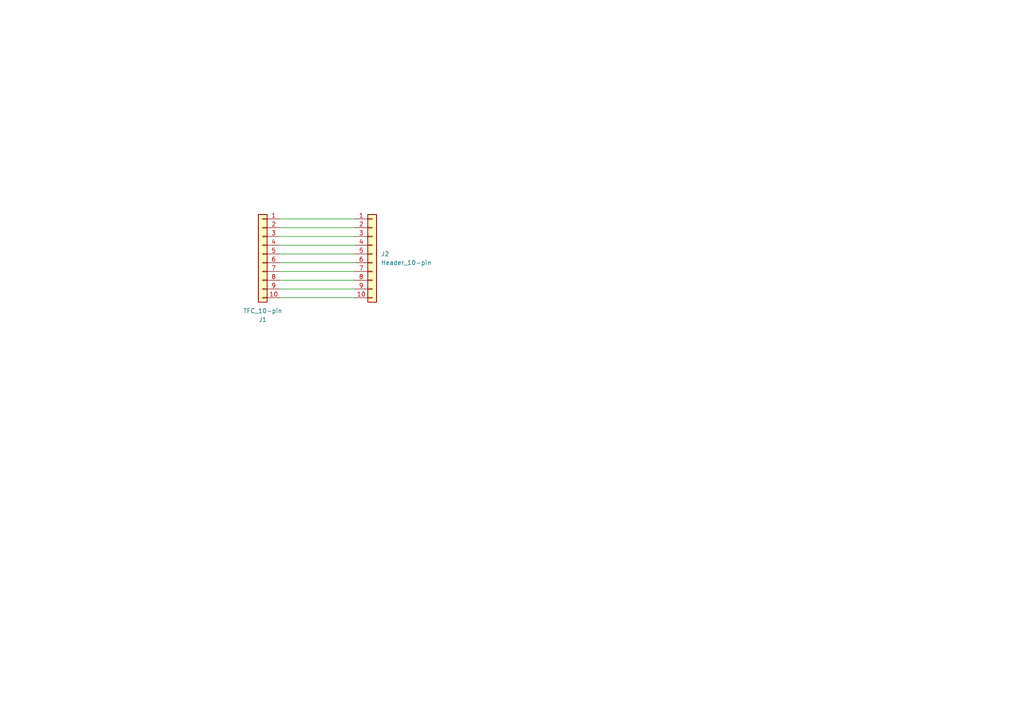
<source format=kicad_sch>
(kicad_sch (version 20250114) (generator "eeschema") (generator_version "9.0")
  (paper "A4")
  (lib_symbols
    (symbol "Connector_Generic:Conn_01x10" (pin_names (offset 1.016) (hide yes))
      (property "Reference" "J" (at 0 12.7 0))
      (property "Value" "Conn_01x10" (at 0 -15.24 0))
      (symbol "Conn_01x10_1_1"
        (rectangle (start -1.27 11.43) (end 1.27 -13.97) (stroke (width 0.254)) (fill (type background)))
        (rectangle (start -1.27 10.287) (end 0 10.033) (stroke (width 0.1524)))
        (rectangle (start -1.27 7.747) (end 0 7.493) (stroke (width 0.1524)))
        (rectangle (start -1.27 5.207) (end 0 4.953) (stroke (width 0.1524)))
        (rectangle (start -1.27 2.667) (end 0 2.413) (stroke (width 0.1524)))
        (rectangle (start -1.27 0.127) (end 0 -0.127) (stroke (width 0.1524)))
        (rectangle (start -1.27 -2.413) (end 0 -2.667) (stroke (width 0.1524)))
        (rectangle (start -1.27 -4.953) (end 0 -5.207) (stroke (width 0.1524)))
        (rectangle (start -1.27 -7.493) (end 0 -7.747) (stroke (width 0.1524)))
        (rectangle (start -1.27 -10.033) (end 0 -10.287) (stroke (width 0.1524)))
        (rectangle (start -1.27 -12.573) (end 0 -12.827) (stroke (width 0.1524)))
        (pin passive line (at -5.08 10.16 0) (length 3.81) (name "Pin_1") (number "1"))
        (pin passive line (at -5.08 7.62 0) (length 3.81) (name "Pin_2") (number "2"))
        (pin passive line (at -5.08 5.08 0) (length 3.81) (name "Pin_3") (number "3"))
        (pin passive line (at -5.08 2.54 0) (length 3.81) (name "Pin_4") (number "4"))
        (pin passive line (at -5.08 0 0) (length 3.81) (name "Pin_5") (number "5"))
        (pin passive line (at -5.08 -2.54 0) (length 3.81) (name "Pin_6") (number "6"))
        (pin passive line (at -5.08 -5.08 0) (length 3.81) (name "Pin_7") (number "7"))
        (pin passive line (at -5.08 -7.62 0) (length 3.81) (name "Pin_8") (number "8"))
        (pin passive line (at -5.08 -10.16 0) (length 3.81) (name "Pin_9") (number "9"))
        (pin passive line (at -5.08 -12.7 0) (length 3.81) (name "Pin_10") (number "10"))
      )
    )
  )
  (wire (pts (xy 81.28 73.66) (xy 102.87 73.66)))
  (wire (pts (xy 81.28 76.2) (xy 102.87 76.2)))
  (wire (pts (xy 81.28 81.28) (xy 102.87 81.28)))
  (wire (pts (xy 81.28 86.36) (xy 102.87 86.36)))
  (wire (pts (xy 81.28 78.74) (xy 102.87 78.74)))
  (wire (pts (xy 81.28 63.5) (xy 102.87 63.5)))
  (wire (pts (xy 81.28 68.58) (xy 102.87 68.58)))
  (wire (pts (xy 81.28 66.04) (xy 102.87 66.04)))
  (wire (pts (xy 81.28 71.12) (xy 102.87 71.12)))
  (wire (pts (xy 81.28 83.82) (xy 102.87 83.82)))
  (symbol (lib_id "Connector_Generic:Conn_01x10") (at 107.95 73.66 0) (unit 1)
    (property "Reference" "J2" (at 110.49 73.6599 0) (effects (justify left)))
    (property "Value" "Header_10-pin" (at 110.49 76.1999 0) (effects (justify left)))
    (property "Footprint" "Connector_PinHeader_2.54mm:PinHeader_1x10_P2.54mm_Vertical" (effects (hide yes)))
    (property "Description" "Generic connector, single row, 01x10, script generated (kicad-library-utils/schlib/autogen/connector/)" (effects (hide yes)))
  )
  (symbol (lib_id "Connector_Generic:Conn_01x10") (at 76.2 73.66 0) (mirror y) (unit 1)
    (property "Reference" "J1" (at 76.2 92.71 0))
    (property "Value" "TFC_10-pin" (at 76.2 90.17 0))
    (property "Footprint" "Clueless_Engineer:TFC_10-pin" (effects (hide yes)))
    (property "Description" "Generic connector, single row, 01x10, script generated (kicad-library-utils/schlib/autogen/connector/)" (effects (hide yes)))
  )
)
</source>
